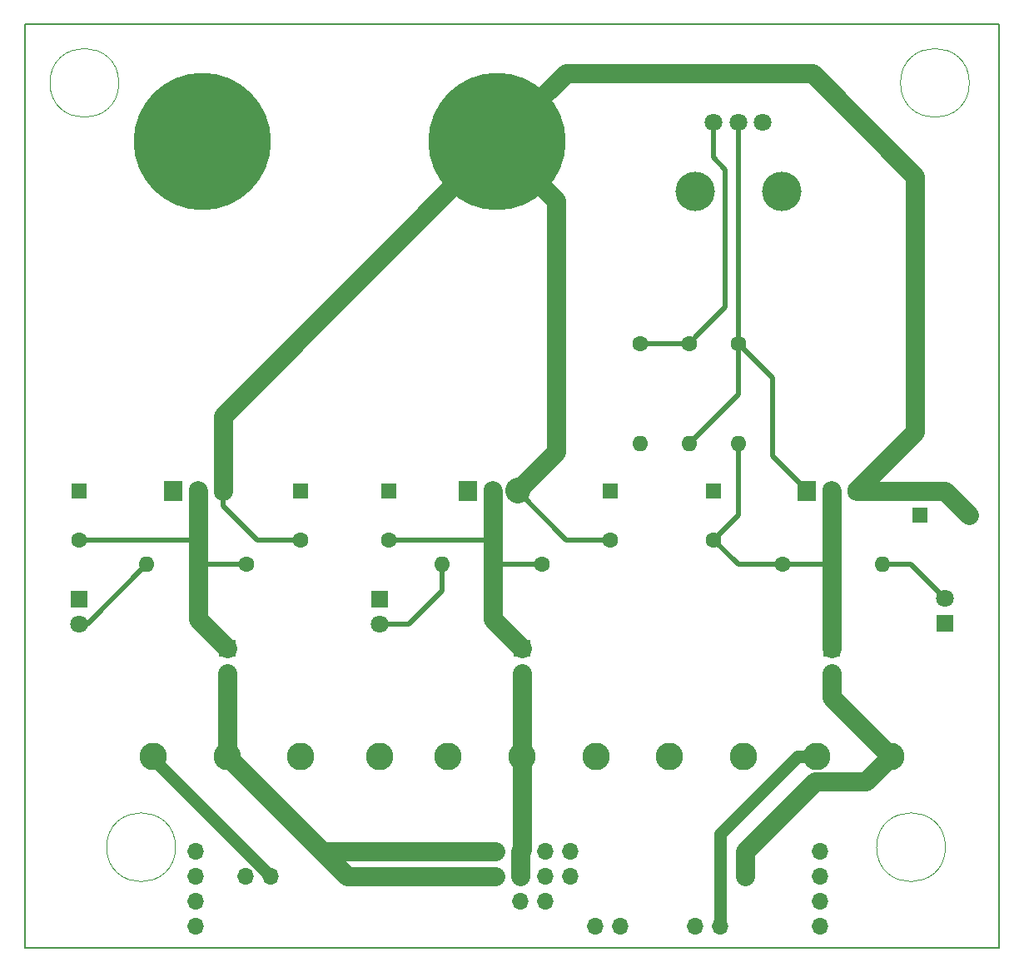
<source format=gbr>
%TF.GenerationSoftware,KiCad,Pcbnew,(5.0.2)-1*%
%TF.CreationDate,2020-07-21T09:41:44-06:00*%
%TF.ProjectId,power_interface,706f7765-725f-4696-9e74-657266616365,rev?*%
%TF.SameCoordinates,Original*%
%TF.FileFunction,Copper,L1,Top*%
%TF.FilePolarity,Positive*%
%FSLAX46Y46*%
G04 Gerber Fmt 4.6, Leading zero omitted, Abs format (unit mm)*
G04 Created by KiCad (PCBNEW (5.0.2)-1) date 7/21/2020 9:41:44 AM*
%MOMM*%
%LPD*%
G01*
G04 APERTURE LIST*
%ADD10C,0.020000*%
%ADD11C,0.200000*%
%ADD12C,1.800000*%
%ADD13C,4.000000*%
%ADD14C,1.600000*%
%ADD15R,1.600000X1.600000*%
%ADD16R,1.800000X1.800000*%
%ADD17O,1.700000X1.700000*%
%ADD18C,13.970000*%
%ADD19R,1.700000X1.700000*%
%ADD20O,1.600000X1.600000*%
%ADD21C,2.800000*%
%ADD22R,1.905000X2.000000*%
%ADD23O,1.905000X2.000000*%
%ADD24C,2.540000*%
%ADD25C,1.270000*%
%ADD26C,1.905000*%
%ADD27C,0.508000*%
G04 APERTURE END LIST*
D10*
X193000028Y-59000000D02*
G75*
G03X193000028Y-59000000I-3500014J0D01*
G01*
X106500014Y-59000000D02*
G75*
G03X106500014Y-59000000I-3500014J0D01*
G01*
D11*
X196000000Y-53000000D02*
X196000000Y-147000000D01*
X97000000Y-53000000D02*
X196000000Y-53000000D01*
X97000000Y-147000000D02*
X97000000Y-53000000D01*
X196000000Y-147000000D02*
X97000000Y-147000000D01*
D10*
X112270014Y-136760000D02*
G75*
G03X112270014Y-136760000I-3500014J0D01*
G01*
X190570014Y-136760000D02*
G75*
G03X190570014Y-136760000I-3500014J0D01*
G01*
D12*
X172000000Y-63000000D03*
X169500000Y-63000000D03*
X167000000Y-63000000D03*
D13*
X173900000Y-70000000D03*
X165100000Y-70000000D03*
D14*
X156500000Y-105500000D03*
D15*
X156500000Y-100500000D03*
D14*
X125000000Y-105500000D03*
D15*
X125000000Y-100500000D03*
D14*
X193000000Y-103000000D03*
D15*
X188000000Y-103000000D03*
X134000000Y-100500000D03*
D14*
X134000000Y-105500000D03*
D15*
X102500000Y-100500000D03*
D14*
X102500000Y-105500000D03*
D15*
X167000000Y-100500000D03*
D14*
X167000000Y-105500000D03*
D16*
X133000000Y-111500000D03*
D12*
X133000000Y-114040000D03*
X102500000Y-114040000D03*
D16*
X102500000Y-111500000D03*
X190500000Y-114000000D03*
D12*
X190500000Y-111460000D03*
D17*
X121920000Y-139700000D03*
X152400000Y-139700000D03*
X147320000Y-139700000D03*
X144780000Y-139700000D03*
X170180000Y-139700000D03*
X170180000Y-137160000D03*
X144780000Y-137160000D03*
X147320000Y-137160000D03*
X149860000Y-137160000D03*
X152400000Y-137160000D03*
X149860000Y-139700000D03*
X167640000Y-144780000D03*
X165100000Y-144780000D03*
X157480000Y-144780000D03*
X154940000Y-144780000D03*
X147320000Y-142240000D03*
X119380000Y-139700000D03*
X149860000Y-142240000D03*
X114300000Y-144780000D03*
X114300000Y-142240000D03*
X114300000Y-139700000D03*
X114300000Y-137160000D03*
X177800000Y-144780000D03*
X177800000Y-142240000D03*
X177800000Y-139700000D03*
X177800000Y-137160000D03*
D18*
X115000000Y-65000000D03*
X144970000Y-65000000D03*
D19*
X147500000Y-116500000D03*
D17*
X147500000Y-119040000D03*
X117500000Y-119040000D03*
D19*
X117500000Y-116500000D03*
X179000000Y-116500000D03*
D17*
X179000000Y-119040000D03*
D14*
X159500000Y-85500000D03*
D20*
X159500000Y-95660000D03*
D14*
X164500000Y-85500000D03*
D20*
X164500000Y-95660000D03*
X169500000Y-95660000D03*
D14*
X169500000Y-85500000D03*
D20*
X139340000Y-108000000D03*
D14*
X149500000Y-108000000D03*
X119500000Y-108000000D03*
D20*
X109340000Y-108000000D03*
X184160000Y-108000000D03*
D14*
X174000000Y-108000000D03*
D21*
X170000000Y-127500000D03*
X110000000Y-127500000D03*
X147500000Y-127500000D03*
X117500000Y-127500000D03*
X185000000Y-127500000D03*
X125000000Y-127500000D03*
X140000000Y-127500000D03*
X133000000Y-127500000D03*
X155000000Y-127500000D03*
X162500000Y-127500000D03*
X177500000Y-127500000D03*
D22*
X142000000Y-100500000D03*
D23*
X144540000Y-100500000D03*
X147080000Y-100500000D03*
D22*
X112000000Y-100500000D03*
D23*
X114540000Y-100500000D03*
X117080000Y-100500000D03*
X181580000Y-100500000D03*
X179040000Y-100500000D03*
D22*
X176500000Y-100500000D03*
D24*
X147080000Y-100452500D02*
X147080000Y-100500000D01*
D25*
X117080000Y-100500000D02*
X117080000Y-100547500D01*
X147080000Y-100420000D02*
X147080000Y-100500000D01*
X181580000Y-100500000D02*
X181580000Y-100452500D01*
X148970000Y-61000000D02*
X144970000Y-65000000D01*
D26*
X190500000Y-100500000D02*
X193000000Y-103000000D01*
X181580000Y-100500000D02*
X190500000Y-100500000D01*
X151954999Y-58015001D02*
X144970000Y-65000000D01*
X177015001Y-58015001D02*
X151954999Y-58015001D01*
X187500000Y-68500000D02*
X177015001Y-58015001D01*
X187500000Y-94500000D02*
X187500000Y-68500000D01*
X181580000Y-100500000D02*
X181580000Y-100420000D01*
X181580000Y-100420000D02*
X187500000Y-94500000D01*
X117080000Y-92890000D02*
X117080000Y-100500000D01*
X144970000Y-65000000D02*
X117080000Y-92890000D01*
X151000000Y-96500000D02*
X147080000Y-100420000D01*
X151000000Y-71000000D02*
X151000000Y-96500000D01*
X144970000Y-65000000D02*
X145000000Y-65000000D01*
X145000000Y-65000000D02*
X151000000Y-71000000D01*
D27*
X147080000Y-100547500D02*
X147080000Y-100500000D01*
X152032500Y-105500000D02*
X147080000Y-100547500D01*
X156500000Y-105500000D02*
X152032500Y-105500000D01*
X123868630Y-105500000D02*
X125000000Y-105500000D01*
X120572000Y-105500000D02*
X123868630Y-105500000D01*
X117080000Y-102008000D02*
X120572000Y-105500000D01*
X117080000Y-100500000D02*
X117080000Y-102008000D01*
D26*
X144540000Y-113540000D02*
X147500000Y-116500000D01*
D27*
X149500000Y-108000000D02*
X144540000Y-108000000D01*
D26*
X144540000Y-108000000D02*
X144540000Y-113540000D01*
D27*
X134000000Y-105500000D02*
X144540000Y-105500000D01*
D26*
X144540000Y-100500000D02*
X144540000Y-105500000D01*
X144540000Y-105500000D02*
X144540000Y-108000000D01*
X114540000Y-113540000D02*
X117500000Y-116500000D01*
D27*
X119500000Y-108000000D02*
X114540000Y-108000000D01*
D26*
X114540000Y-108000000D02*
X114540000Y-113540000D01*
D27*
X102500000Y-105500000D02*
X114540000Y-105500000D01*
D26*
X114540000Y-100500000D02*
X114540000Y-105500000D01*
X114540000Y-105500000D02*
X114540000Y-108000000D01*
X179040000Y-116460000D02*
X179000000Y-116500000D01*
D27*
X174000000Y-108000000D02*
X179040000Y-108000000D01*
D26*
X179040000Y-100500000D02*
X179040000Y-108000000D01*
X179040000Y-108000000D02*
X179040000Y-116460000D01*
D27*
X169500000Y-108000000D02*
X167000000Y-105500000D01*
X174000000Y-108000000D02*
X169500000Y-108000000D01*
X169500000Y-103000000D02*
X167000000Y-105500000D01*
X169500000Y-95660000D02*
X169500000Y-103000000D01*
X139340000Y-108000000D02*
X139340000Y-110660000D01*
X135960000Y-114040000D02*
X133000000Y-114040000D01*
X139340000Y-110660000D02*
X135960000Y-114040000D01*
X103300000Y-114040000D02*
X102500000Y-114040000D01*
X109340000Y-108000000D02*
X103300000Y-114040000D01*
X187040000Y-108000000D02*
X190500000Y-111460000D01*
X184160000Y-108000000D02*
X187040000Y-108000000D01*
D25*
X110000000Y-127780000D02*
X110000000Y-127500000D01*
X121920000Y-139700000D02*
X110000000Y-127780000D01*
D26*
X147500000Y-119040000D02*
X147500000Y-127500000D01*
X147500000Y-136980000D02*
X147320000Y-137160000D01*
X147500000Y-127500000D02*
X147500000Y-136980000D01*
X147320000Y-137160000D02*
X147320000Y-139700000D01*
X117500000Y-119040000D02*
X117500000Y-127500000D01*
X117500000Y-127500000D02*
X127160000Y-137160000D01*
X127160000Y-137160000D02*
X144780000Y-137160000D01*
X129700000Y-139700000D02*
X144780000Y-139700000D01*
X127160000Y-137160000D02*
X129700000Y-139700000D01*
X179000000Y-121500000D02*
X185000000Y-127500000D01*
X179000000Y-119040000D02*
X179000000Y-121500000D01*
X171029999Y-136310001D02*
X170180000Y-137160000D01*
X177287499Y-130052501D02*
X171029999Y-136310001D01*
X182447499Y-130052501D02*
X177287499Y-130052501D01*
X185000000Y-127500000D02*
X182447499Y-130052501D01*
X170180000Y-139700000D02*
X170180000Y-137160000D01*
D25*
X167640000Y-143577919D02*
X167640000Y-144780000D01*
X167640000Y-135380102D02*
X167640000Y-143577919D01*
X175520102Y-127500000D02*
X167640000Y-135380102D01*
X177500000Y-127500000D02*
X175520102Y-127500000D01*
D27*
X165299999Y-84700001D02*
X164500000Y-85500000D01*
X168200000Y-81800000D02*
X165299999Y-84700001D01*
X168200000Y-67800000D02*
X168200000Y-81800000D01*
X167000000Y-66600000D02*
X168200000Y-67800000D01*
X164500000Y-85500000D02*
X159500000Y-85500000D01*
X167000000Y-63000000D02*
X167000000Y-66600000D01*
X169500000Y-63000000D02*
X169500000Y-85500000D01*
X176500000Y-100452500D02*
X173000000Y-96952500D01*
X176500000Y-100500000D02*
X176500000Y-100452500D01*
X173000000Y-89000000D02*
X169500000Y-85500000D01*
X173000000Y-96952500D02*
X173000000Y-89000000D01*
X169500000Y-90660000D02*
X164500000Y-95660000D01*
X169500000Y-85500000D02*
X169500000Y-90660000D01*
M02*

</source>
